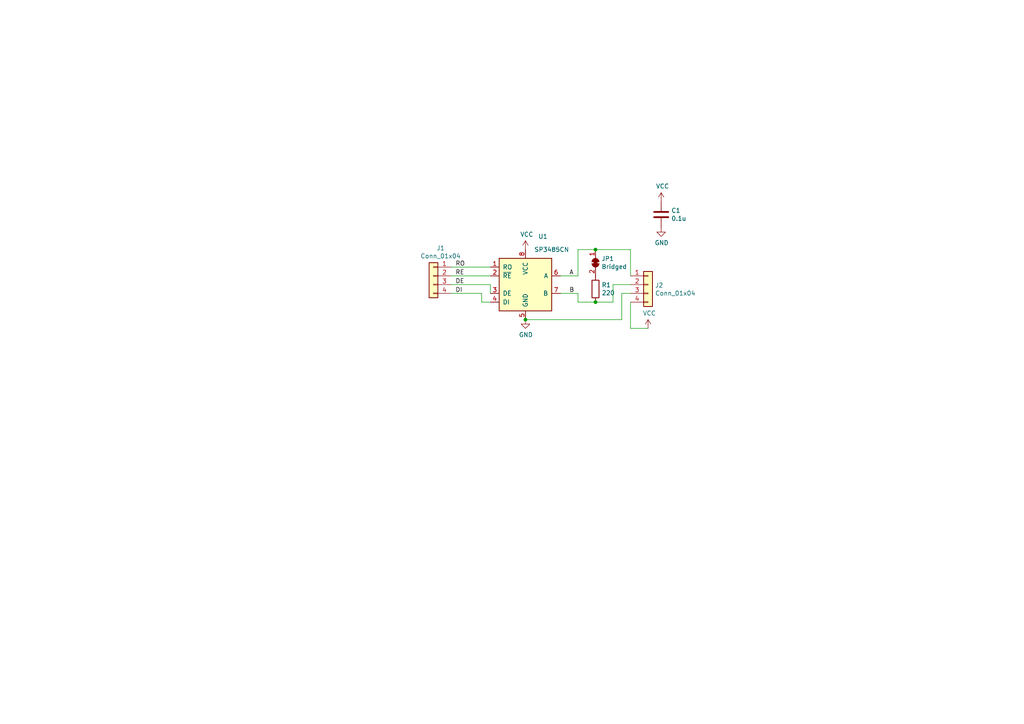
<source format=kicad_sch>
(kicad_sch (version 20230121) (generator eeschema)
  (paper "A4")
  (lib_symbols
    (symbol "Connector_Generic:Conn_01x04" (pin_names (offset 1.016) hide)
      (property "Reference" "J" (at 0 5.08 0))
      (property "Value" "Conn_01x04" (at 0 -7.62 0))
      (symbol "Conn_01x04_1_1"
        (rectangle (start -1.27 -4.953) (end 0 -5.207) (stroke (width 0.1524)))
        (rectangle (start -1.27 -2.413) (end 0 -2.667) (stroke (width 0.1524)))
        (rectangle (start -1.27 0.127) (end 0 -0.127) (stroke (width 0.1524)))
        (rectangle (start -1.27 2.667) (end 0 2.413) (stroke (width 0.1524)))
        (rectangle (start -1.27 3.81) (end 1.27 -6.35) (stroke (width 0.254)) (fill (type background)))
        (pin passive line (at -5.08 2.54 0) (length 3.81) (name "Pin_1") (number "1"))
        (pin passive line (at -5.08 0 0) (length 3.81) (name "Pin_2") (number "2"))
        (pin passive line (at -5.08 -2.54 0) (length 3.81) (name "Pin_3") (number "3"))
        (pin passive line (at -5.08 -5.08 0) (length 3.81) (name "Pin_4") (number "4"))
      )
    )
    (symbol "Device:C" (pin_numbers hide) (pin_names (offset 0.254))
      (property "Reference" "C" (at 0.635 2.54 0))
      (property "Value" "C" (at 0.635 -2.54 0))
      (symbol "C_0_1"
        (polyline (pts (xy -2.032 -0.762) (xy 2.032 -0.762)) (stroke (width 0.508)))
        (polyline (pts (xy -2.032 0.762) (xy 2.032 0.762)) (stroke (width 0.508)))
      )
      (symbol "C_1_1"
        (pin passive line (at 0 3.81 270) (length 2.794) (name "~") (number "1"))
        (pin passive line (at 0 -3.81 90) (length 2.794) (name "~") (number "2"))
      )
    )
    (symbol "Device:R" (pin_numbers hide) (pin_names (offset 0))
      (property "Reference" "R" (at 2.032 0 90))
      (property "Value" "R" (at 0 0 90))
      (symbol "R_0_1"
        (rectangle (start -1.016 -2.54) (end 1.016 2.54) (stroke (width 0.254)))
      )
      (symbol "R_1_1"
        (pin passive line (at 0 3.81 270) (length 1.27) (name "~") (number "1"))
        (pin passive line (at 0 -3.81 90) (length 1.27) (name "~") (number "2"))
      )
    )
    (symbol "Interface_UART:SP3485CN" (pin_names (offset 1.016))
      (property "Reference" "U" (at -7.62 8.89 0))
      (property "Value" "SP3485CN" (at 2.54 8.89 0))
      (symbol "SP3485CN_0_1"
        (rectangle (start -7.62 7.62) (end 7.62 -7.62) (stroke (width 0.254)) (fill (type background)))
      )
      (symbol "SP3485CN_1_1"
        (pin output line (at -10.16 5.08 0) (length 2.54) (name "RO") (number "1"))
        (pin input line (at -10.16 2.54 0) (length 2.54) (name "~{RE}") (number "2"))
        (pin input line (at -10.16 -2.54 0) (length 2.54) (name "DE") (number "3"))
        (pin input line (at -10.16 -5.08 0) (length 2.54) (name "DI") (number "4"))
        (pin power_in line (at 0 -10.16 90) (length 2.54) (name "GND") (number "5"))
        (pin bidirectional line (at 10.16 2.54 180) (length 2.54) (name "A") (number "6"))
        (pin bidirectional line (at 10.16 -2.54 180) (length 2.54) (name "B") (number "7"))
        (pin power_in line (at 0 10.16 270) (length 2.54) (name "VCC") (number "8"))
      )
    )
    (symbol "Jumper:SolderJumper_2_Bridged" (pin_names (offset 0) hide)
      (property "Reference" "JP" (at 0 2.032 0))
      (property "Value" "SolderJumper_2_Bridged" (at 0 -2.54 0))
      (symbol "SolderJumper_2_Bridged_0_1"
        (rectangle (start -0.508 0.508) (end 0.508 -0.508) (fill (type outline)))
        (arc (start -0.254 1.016) (mid -1.2656 0) (end -0.254 -1.016))
        (arc (start -0.254 1.016) (mid -1.2656 0) (end -0.254 -1.016) (fill (type outline)))
        (polyline (pts (xy -0.254 1.016) (xy -0.254 -1.016)))
        (polyline (pts (xy 0.254 1.016) (xy 0.254 -1.016)))
        (arc (start 0.254 -1.016) (mid 1.2656 0) (end 0.254 1.016))
        (arc (start 0.254 -1.016) (mid 1.2656 0) (end 0.254 1.016) (fill (type outline)))
      )
      (symbol "SolderJumper_2_Bridged_1_1"
        (pin passive line (at -3.81 0 0) (length 2.54) (name "A") (number "1"))
        (pin passive line (at 3.81 0 180) (length 2.54) (name "B") (number "2"))
      )
    )
    (symbol "power:GND" (power) (pin_names (offset 0))
      (property "Value" "GND" (at 0 -3.81 0))
      (symbol "GND_0_1"
        (polyline (pts (xy 0 0) (xy 0 -1.27) (xy 1.27 -1.27) (xy 0 -2.54) (xy -1.27 -1.27) (xy 0 -1.27)))
      )
      (symbol "GND_1_1"
        (pin power_in line (at 0 0 270) (length 0) hide (name "GND") (number "1"))
      )
    )
    (symbol "power:VCC" (power) (pin_names (offset 0))
      (property "Value" "VCC" (at 0 3.81 0))
      (symbol "VCC_0_1"
        (polyline (pts (xy -0.762 1.27) (xy 0 2.54)))
        (polyline (pts (xy 0 0) (xy 0 2.54)))
        (polyline (pts (xy 0 2.54) (xy 0.762 1.27)))
      )
      (symbol "VCC_1_1"
        (pin power_in line (at 0 0 90) (length 0) hide (name "VCC") (number "1"))
      )
    )
  )
  (junction (at 152.4 92.71))
  (junction (at 172.72 72.39))
  (junction (at 172.72 87.63))
  (wire (pts (xy 139.7 87.63) (xy 142.24 87.63)))
  (wire (pts (xy 182.88 85.09) (xy 180.34 85.09)))
  (wire (pts (xy 162.56 80.01) (xy 167.64 80.01)))
  (wire (pts (xy 162.56 85.09) (xy 167.64 85.09)))
  (wire (pts (xy 187.96 95.25) (xy 182.88 95.25)))
  (wire (pts (xy 180.34 85.09) (xy 180.34 92.71)))
  (wire (pts (xy 167.64 87.63) (xy 172.72 87.63)))
  (wire (pts (xy 172.72 87.63) (xy 177.8 87.63)))
  (wire (pts (xy 180.34 92.71) (xy 152.4 92.71)))
  (wire (pts (xy 142.24 77.47) (xy 130.81 77.47)))
  (wire (pts (xy 139.7 85.09) (xy 139.7 87.63)))
  (wire (pts (xy 130.81 85.09) (xy 139.7 85.09)))
  (wire (pts (xy 167.64 85.09) (xy 167.64 87.63)))
  (wire (pts (xy 177.8 87.63) (xy 177.8 82.55)))
  (wire (pts (xy 182.88 72.39) (xy 182.88 80.01)))
  (wire (pts (xy 177.8 82.55) (xy 182.88 82.55)))
  (wire (pts (xy 142.24 85.09) (xy 142.24 82.55)))
  (wire (pts (xy 167.64 72.39) (xy 172.72 72.39)))
  (wire (pts (xy 172.72 72.39) (xy 182.88 72.39)))
  (wire (pts (xy 182.88 95.25) (xy 182.88 87.63)))
  (wire (pts (xy 130.81 80.01) (xy 142.24 80.01)))
  (wire (pts (xy 167.64 80.01) (xy 167.64 72.39)))
  (wire (pts (xy 142.24 82.55) (xy 130.81 82.55)))
  (label "A" (at 165.1 80.01 0))
  (label "B" (at 165.1 85.09 0))
  (label "DE" (at 132.08 82.55 0))
  (label "RE" (at 132.08 80.01 0))
  (label "RO" (at 132.08 77.47 0))
  (label "DI" (at 132.08 85.09 0))
  (symbol (lib_id "Interface_UART:SP3485CN") (at 152.4 82.55 0) (unit 1)
    (property "Reference" "U1" (at 157.48 68.58 0))
    (property "Value" "SP3485CN" (at 160.02 72.39 0))
    (property "Footprint" "Package_SO:SOIC-8_3.9x4.9mm_P1.27mm" (effects hide))
    (property "Datasheet" "http://www.icbase.com/pdf/SPX/SPX00480106.pdf" (effects hide))
  )
  (symbol (lib_id "Connector_Generic:Conn_01x04") (at 125.73 80.01 0) (mirror y) (unit 1)
    (property "Reference" "J1" (at 127.8128 71.9582 0))
    (property "Value" "Conn_01x04" (at 127.8128 74.2696 0))
    (property "Footprint" "my-kicad-footprints:Pin_1x04_P2.54mm_nosilk" (effects hide))
  )
  (symbol (lib_id "Connector_Generic:Conn_01x04") (at 187.96 82.55 0) (unit 1)
    (property "Reference" "J2" (at 189.992 82.7532 0) (effects (justify left)))
    (property "Value" "Conn_01x04" (at 189.992 85.0646 0) (effects (justify left)))
    (property "Footprint" "my-kicad-footprints:Pin_1x04_P2.54mm_nosilk" (effects hide))
  )
  (symbol (lib_id "power:GND") (at 152.4 92.71 0) (unit 1)
    (property "Reference" "#PWR0101" (effects hide))
    (property "Value" "GND" (at 152.527 97.1042 0))
  )
  (symbol (lib_id "Device:R") (at 172.72 83.82 0) (unit 1)
    (property "Reference" "R1" (at 174.498 82.6516 0) (effects (justify left)))
    (property "Value" "220" (at 174.498 84.963 0) (effects (justify left)))
    (property "Footprint" "Resistor_SMD:R_0402_1005Metric" (effects hide))
  )
  (symbol (lib_id "power:VCC") (at 152.4 72.39 0) (unit 1)
    (property "Reference" "#PWR0102" (effects hide))
    (property "Value" "VCC" (at 152.781 67.9958 0))
  )
  (symbol (lib_id "power:VCC") (at 187.96 95.25 0) (unit 1)
    (property "Reference" "#PWR0103" (effects hide))
    (property "Value" "VCC" (at 188.341 90.8558 0))
  )
  (symbol (lib_id "Jumper:SolderJumper_2_Bridged") (at 172.72 76.2 270) (unit 1)
    (property "Reference" "JP1" (at 174.4472 75.0316 90) (effects (justify left)))
    (property "Value" "Bridged" (at 174.4472 77.343 90) (effects (justify left)))
    (property "Footprint" "my-kicad-footprints:SolderJumper-2_P1.3mm_Bridged_RoundedPad1.0x1.5mm" (effects hide))
  )
  (symbol (lib_id "Device:C") (at 191.77 62.23 0) (unit 1)
    (property "Reference" "C1" (at 194.691 61.0616 0) (effects (justify left)))
    (property "Value" "0.1u" (at 194.691 63.373 0) (effects (justify left)))
    (property "Footprint" "Capacitor_SMD:C_0402_1005Metric" (effects hide))
  )
  (symbol (lib_id "power:GND") (at 191.77 66.04 0) (unit 1)
    (property "Reference" "#PWR0104" (effects hide))
    (property "Value" "GND" (at 191.897 70.4342 0))
  )
  (symbol (lib_id "power:VCC") (at 191.77 58.42 0) (unit 1)
    (property "Reference" "#PWR0105" (effects hide))
    (property "Value" "VCC" (at 192.151 54.0258 0))
  )
)
</source>
